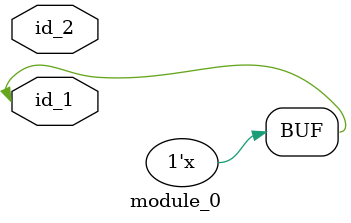
<source format=v>
`define pp_2 0
module module_0 (
    id_1,
    id_2
);
  input id_2;
  inout id_1;
  initial begin
    id_1 = id_1;
    id_1 <= id_1;
  end
endmodule

</source>
